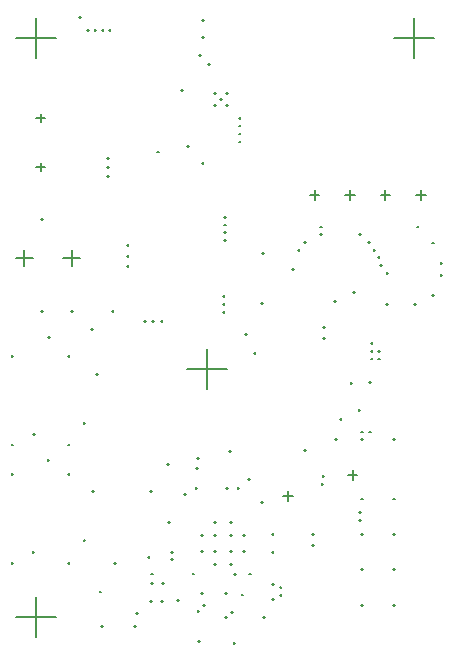
<source format=gbr>
%TF.GenerationSoftware,Altium Limited,Altium Designer,20.1.12 (249)*%
G04 Layer_Color=128*
%FSLAX45Y45*%
%MOMM*%
%TF.SameCoordinates,4EE8302A-A9A8-49E0-93C5-14594FCB678D*%
%TF.FilePolarity,Positive*%
%TF.FileFunction,Drillmap*%
%TF.Part,Single*%
G01*
G75*
%TA.AperFunction,NonConductor*%
%ADD141C,0.12700*%
D141*
X582500Y3385000D02*
X722500D01*
X652500Y3315000D02*
Y3455000D01*
X182500Y3385000D02*
X322500D01*
X252500Y3315000D02*
Y3455000D01*
X355008Y4160019D02*
X425008D01*
X390008Y4125019D02*
Y4195019D01*
X355008Y4575004D02*
X425008D01*
X390008Y4540004D02*
Y4610004D01*
X3270000Y3920000D02*
X3350000D01*
X3310000Y3880000D02*
Y3960000D01*
X2970000Y3920000D02*
X3050000D01*
X3010000Y3880000D02*
Y3960000D01*
X2670000Y3920000D02*
X2750000D01*
X2710000Y3880000D02*
Y3960000D01*
X3570000Y3920000D02*
X3650000D01*
X3610000Y3880000D02*
Y3960000D01*
X2992500Y1550000D02*
X3072500D01*
X3032500Y1510000D02*
Y1590000D01*
X2445000Y1370000D02*
X2525000D01*
X2485000Y1330000D02*
Y1410000D01*
X3380000Y5250000D02*
X3720000D01*
X3550000Y5080000D02*
Y5420000D01*
X180000Y5250000D02*
X520000D01*
X350000Y5080000D02*
Y5420000D01*
X1630000Y2450000D02*
X1970000D01*
X1800000Y2280000D02*
Y2620000D01*
X180000Y350000D02*
X520000D01*
X350000Y180000D02*
Y520000D01*
X860000Y2405000D02*
X875000D01*
X867500Y2397500D02*
Y2412500D01*
X827500Y1412500D02*
X842500D01*
X835000Y1405000D02*
Y1420000D01*
X2350000Y502500D02*
X2365000D01*
X2357500Y495000D02*
Y510000D01*
X2350000Y625000D02*
X2365000D01*
X2357500Y617500D02*
Y632500D01*
X1715000Y1695000D02*
X1730000D01*
X1722500Y1687500D02*
Y1702500D01*
X2415001Y532500D02*
X2430000D01*
X2422500Y525000D02*
Y540000D01*
X2415001Y597500D02*
X2430000D01*
X2422500Y590000D02*
Y605000D01*
X3087500Y1235000D02*
X3102500D01*
X3095000Y1227500D02*
Y1242500D01*
X3087500Y1170000D02*
X3102500D01*
X3095000Y1162500D02*
Y1177500D01*
X1859000Y792500D02*
X1874000D01*
X1866500Y785000D02*
Y800000D01*
X1859000Y904000D02*
X1874000D01*
X1866500Y896500D02*
Y911500D01*
X1859000Y1041000D02*
X1874000D01*
X1866500Y1033500D02*
Y1048500D01*
X1859000Y1152500D02*
X1874000D01*
X1866500Y1145000D02*
Y1160000D01*
X1996000Y792500D02*
X2011000D01*
X2003500Y785000D02*
Y800000D01*
X1996000Y904000D02*
X2011000D01*
X2003500Y896500D02*
Y911500D01*
X1996000Y1041000D02*
X2011000D01*
X2003500Y1033500D02*
Y1048500D01*
X1996000Y1152500D02*
X2011000D01*
X2003500Y1145000D02*
Y1160000D01*
X1747500Y904000D02*
X1762500D01*
X1755000Y896500D02*
Y911500D01*
X1747500Y1041000D02*
X1762500D01*
X1755000Y1033500D02*
Y1048500D01*
X2107500Y904000D02*
X2122500D01*
X2115000Y896500D02*
Y911500D01*
X2107500Y1041000D02*
X2122500D01*
X2115000Y1033500D02*
Y1048500D01*
X1912500Y4732500D02*
X1927500D01*
X1920000Y4725000D02*
Y4740000D01*
X1962500Y4682500D02*
X1977500D01*
X1970000Y4675000D02*
Y4690000D01*
X1862500Y4682499D02*
X1877500D01*
X1870000Y4675000D02*
Y4689999D01*
X1862500Y4782499D02*
X1877500D01*
X1870000Y4775000D02*
Y4789999D01*
X1962500Y4782500D02*
X1977500D01*
X1970000Y4775000D02*
Y4790000D01*
X2067500Y4372500D02*
X2082500D01*
X2075000Y4365000D02*
Y4380000D01*
X2067500Y4440000D02*
X2082500D01*
X2075000Y4432500D02*
Y4447500D01*
X2067500Y4507500D02*
X2082500D01*
X2075000Y4500000D02*
Y4515000D01*
X2067500Y4575000D02*
X2082500D01*
X2075000Y4567500D02*
Y4582500D01*
X2770000Y1475000D02*
X2785000D01*
X2777500Y1467500D02*
Y1482500D01*
X1757501Y5397499D02*
X1772500D01*
X1765001Y5390000D02*
Y5404999D01*
X145000Y2555000D02*
X160000D01*
X152500Y2547500D02*
Y2562500D01*
X647500Y2935000D02*
X662500D01*
X655000Y2927500D02*
Y2942500D01*
X395000Y2935000D02*
X410000D01*
X402500Y2927500D02*
Y2942500D01*
X820000Y2787500D02*
X835000D01*
X827500Y2780000D02*
Y2795000D01*
X992500Y2935000D02*
X1007500D01*
X1000000Y2927500D02*
Y2942500D01*
X1267500Y2850000D02*
X1282500D01*
X1275000Y2842500D02*
Y2857500D01*
X620000Y2555000D02*
X635000D01*
X627500Y2547500D02*
Y2562500D01*
X450000Y1675000D02*
X465000D01*
X457500Y1667500D02*
Y1682500D01*
X455000Y2720000D02*
X470000D01*
X462500Y2712500D02*
Y2727500D01*
X322500Y900000D02*
X337500D01*
X330000Y892500D02*
Y907500D01*
X325000Y1897500D02*
X340000D01*
X332500Y1890000D02*
Y1905000D01*
X2265000Y3424999D02*
X2280000D01*
X2272500Y3417500D02*
Y3432499D01*
X2922500Y2021250D02*
X2937500D01*
X2930000Y2013750D02*
Y2028750D01*
X620000Y1807500D02*
X635000D01*
X627500Y1800000D02*
Y1815000D01*
X145000Y1807500D02*
X160000D01*
X152500Y1800000D02*
Y1815000D01*
X755000Y1990000D02*
X770000D01*
X762500Y1982500D02*
Y1997500D01*
X755000Y995000D02*
X770000D01*
X762500Y987500D02*
Y1002500D01*
X620000Y807500D02*
X635000D01*
X627500Y800000D02*
Y815000D01*
X145000Y807500D02*
X160000D01*
X152500Y800000D02*
Y815000D01*
X620000Y1555000D02*
X635000D01*
X627500Y1547500D02*
Y1562500D01*
X145000Y1555000D02*
X160000D01*
X152500Y1547500D02*
Y1562500D01*
X1407500Y2850000D02*
X1422500D01*
X1415000Y2842500D02*
Y2857500D01*
X1337500Y2850000D02*
X1352500D01*
X1345000Y2842500D02*
Y2857500D01*
X3244669Y3392500D02*
X3259668D01*
X3252169Y3385000D02*
Y3400000D01*
X3263750Y3327500D02*
X3278750D01*
X3271250Y3320000D02*
Y3335000D01*
X3320000Y3262500D02*
X3335000D01*
X3327500Y3255000D02*
Y3270000D01*
X3035001Y3100000D02*
X3050000D01*
X3042500Y3092500D02*
Y3107500D01*
X3210000Y3457500D02*
X3225000D01*
X3217500Y3450000D02*
Y3465000D01*
X3165000Y3522500D02*
X3180000D01*
X3172500Y3515000D02*
Y3530000D01*
X3087500Y3589681D02*
X3102500D01*
X3095000Y3582181D02*
Y3597181D01*
X2782500Y2710000D02*
X2797500D01*
X2790000Y2702500D02*
Y2717500D01*
X2623693Y1761193D02*
X2638693D01*
X2631193Y1753693D02*
Y1768693D01*
X2777636Y1540075D02*
X2792636D01*
X2785136Y1532575D02*
Y1547575D01*
X2145000Y1515000D02*
X2160000D01*
X2152500Y1507500D02*
Y1522500D01*
X2875001Y3020001D02*
X2890000D01*
X2882500Y3012501D02*
Y3027500D01*
X2520000Y3292500D02*
X2535000D01*
X2527500Y3285000D02*
Y3300000D01*
X2567500Y3457500D02*
X2582500D01*
X2575000Y3450000D02*
Y3465000D01*
X2760000Y3652500D02*
X2775000D01*
X2767500Y3645000D02*
Y3660000D01*
X2760000Y3587500D02*
X2775000D01*
X2767500Y3580000D02*
Y3595000D01*
X2620000Y3522500D02*
X2635000D01*
X2627500Y3515000D02*
Y3530000D01*
X3185000Y2665000D02*
X3200000D01*
X3192500Y2657500D02*
Y2672500D01*
X3250000Y2600000D02*
X3265000D01*
X3257500Y2592500D02*
Y2607500D01*
X3315000Y2995000D02*
X3330000D01*
X3322500Y2987500D02*
Y3002500D01*
X3555001Y2995000D02*
X3570000D01*
X3562500Y2987500D02*
Y3002500D01*
X2155000Y715000D02*
X2170000D01*
X2162500Y707500D02*
Y722500D01*
X2092500Y537500D02*
X2107500D01*
X2100000Y530000D02*
Y545000D01*
X2027500Y707500D02*
X2042500D01*
X2035000Y700000D02*
Y715000D01*
X2782500Y2800000D02*
X2797500D01*
X2790000Y2792500D02*
Y2807500D01*
X1327500Y715000D02*
X1342500D01*
X1335000Y707500D02*
Y722500D01*
X2688646Y958854D02*
X2703646D01*
X2696146Y951354D02*
Y966354D01*
X2687500Y1050000D02*
X2702500D01*
X2695000Y1042500D02*
Y1057500D01*
X2255000Y1320000D02*
X2270000D01*
X2262500Y1312500D02*
Y1327500D01*
X3575000Y3652500D02*
X3590000D01*
X3582500Y3645000D02*
Y3660000D01*
X3777500Y3245000D02*
X3792500D01*
X3785000Y3237500D02*
Y3252500D01*
X3777500Y3345000D02*
X3792500D01*
X3785000Y3337500D02*
Y3352500D01*
X3702501Y3517500D02*
X3717500D01*
X3710000Y3510000D02*
Y3525000D01*
X3702500Y3075000D02*
X3717500D01*
X3710000Y3067500D02*
Y3082500D01*
X2885000Y1850000D02*
X2900000D01*
X2892500Y1842500D02*
Y1857500D01*
X3250000Y2535000D02*
X3265000D01*
X3257500Y2527500D02*
Y2542500D01*
X3185000Y2600000D02*
X3200000D01*
X3192500Y2592500D02*
Y2607500D01*
X3185000Y2535000D02*
X3200000D01*
X3192500Y2527500D02*
Y2542500D01*
X3377500Y450000D02*
X3392500D01*
X3385000Y442500D02*
Y457500D01*
X3377500Y750000D02*
X3392500D01*
X3385000Y742500D02*
Y757500D01*
X3107500Y450000D02*
X3122500D01*
X3115000Y442500D02*
Y457500D01*
X3377500Y1050000D02*
X3392500D01*
X3385000Y1042500D02*
Y1057500D01*
X3107500Y750000D02*
X3122500D01*
X3115000Y742500D02*
Y757500D01*
X2275000Y350000D02*
X2290000D01*
X2282500Y342500D02*
Y357500D01*
X2025001Y130000D02*
X2040000D01*
X2032500Y122500D02*
Y137500D01*
X1720084Y397519D02*
X1735084D01*
X1727584Y390020D02*
Y405019D01*
X1725000Y142500D02*
X1740000D01*
X1732500Y135000D02*
Y150000D01*
X1764941Y444586D02*
X1779941D01*
X1772441Y437086D02*
Y452086D01*
X1752500Y552500D02*
X1767500D01*
X1760000Y545000D02*
Y560000D01*
X1607500Y1384519D02*
X1622500D01*
X1615000Y1377019D02*
Y1392019D01*
X1990000Y1750000D02*
X2005000D01*
X1997500Y1742500D02*
Y1757500D01*
X1707500Y1605000D02*
X1722499D01*
X1715000Y1597500D02*
Y1612500D01*
X2260000Y3007500D02*
X2275000D01*
X2267500Y3000000D02*
Y3015000D01*
X2195000Y2585000D02*
X2210000D01*
X2202500Y2577500D02*
Y2592500D01*
X2120000Y2740000D02*
X2135000D01*
X2127500Y2732500D02*
Y2747500D01*
X1182500Y270000D02*
X1197500D01*
X1190000Y262500D02*
Y277500D01*
X1010000Y805000D02*
X1025000D01*
X1017500Y797500D02*
Y812500D01*
X890000Y562500D02*
X905000D01*
X897500Y555000D02*
Y570000D01*
X902500Y270000D02*
X917500D01*
X910000Y262500D02*
Y277500D01*
X1197500Y382500D02*
X1212500D01*
X1205000Y375000D02*
Y390000D01*
X1545000Y487500D02*
X1560000D01*
X1552500Y480000D02*
Y495000D01*
X1327500Y635000D02*
X1342500D01*
X1335000Y627500D02*
Y642500D01*
X1420000Y632500D02*
X1435000D01*
X1427500Y625001D02*
Y640000D01*
X3082500Y2097501D02*
X3097499D01*
X3089999Y2090001D02*
Y2105000D01*
X3172500Y1917500D02*
X3187500D01*
X3180000Y1910000D02*
Y1925000D01*
X3107500Y1850000D02*
X3122500D01*
X3115000Y1842500D02*
Y1857500D01*
X3107500Y1917500D02*
X3122500D01*
X3115000Y1910000D02*
Y1925000D01*
X3377500Y1850000D02*
X3392500D01*
X3385000Y1842500D02*
Y1857500D01*
X1494956Y834435D02*
X1509956D01*
X1502456Y826935D02*
Y841935D01*
X1495177Y899434D02*
X1510177D01*
X1502677Y891934D02*
Y906934D01*
X2002500Y390000D02*
X2017500D01*
X2010000Y382500D02*
Y397500D01*
X1952500Y345000D02*
X1967500D01*
X1960000Y337500D02*
Y352500D01*
X1320000Y480000D02*
X1335000D01*
X1327500Y472500D02*
Y487500D01*
X1470325Y1147500D02*
X1485325D01*
X1477825Y1140000D02*
Y1155000D01*
X1297500Y857500D02*
X1312500D01*
X1305000Y850000D02*
Y865000D01*
X1677500Y715000D02*
X1692500D01*
X1685000Y707500D02*
Y722500D01*
X1460001Y1645000D02*
X1475000D01*
X1467500Y1637500D02*
Y1652500D01*
X1320000Y1412500D02*
X1335000D01*
X1327500Y1405000D02*
Y1420000D01*
X2058714Y1441850D02*
X2073713D01*
X2066214Y1434350D02*
Y1449350D01*
X1960261Y1437239D02*
X1975260D01*
X1967761Y1429740D02*
Y1444739D01*
X3377500Y1350000D02*
X3392500D01*
X3385000Y1342500D02*
Y1357500D01*
X3107500Y1350000D02*
X3122500D01*
X3115000Y1342500D02*
Y1357500D01*
X3107500Y1050000D02*
X3122500D01*
X3115000Y1042500D02*
Y1057500D01*
X1932500Y2997500D02*
X1947500D01*
X1940000Y2990000D02*
Y3005000D01*
X1932500Y2932500D02*
X1947500D01*
X1940000Y2925000D02*
Y2940000D01*
X1932500Y3062500D02*
X1947500D01*
X1940000Y3055000D02*
Y3070000D01*
X1947500Y3735000D02*
X1962500D01*
X1955000Y3727500D02*
Y3742500D01*
X1947500Y3670000D02*
X1962500D01*
X1955000Y3662500D02*
Y3677500D01*
X1947500Y3605000D02*
X1962500D01*
X1955000Y3597500D02*
Y3612500D01*
X1947500Y3540000D02*
X1962500D01*
X1955000Y3532500D02*
Y3547500D01*
X2347501Y1047500D02*
X2362500D01*
X2355000Y1040000D02*
Y1055000D01*
X2347500Y897500D02*
X2362500D01*
X2355000Y890000D02*
Y905000D01*
X1702500Y1438084D02*
X1717500D01*
X1710000Y1430584D02*
Y1445584D01*
X1952501Y552500D02*
X1967500D01*
X1960000Y545000D02*
Y560000D01*
X1806500Y5027499D02*
X1821500D01*
X1814000Y5020000D02*
Y5034999D01*
X1757501Y5257500D02*
X1772500D01*
X1765001Y5250000D02*
Y5264999D01*
X952500Y4157500D02*
X967500D01*
X960000Y4150000D02*
Y4165000D01*
X952500Y4082500D02*
X967500D01*
X960000Y4075000D02*
Y4090000D01*
X952500Y4232500D02*
X967500D01*
X960000Y4225000D02*
Y4240000D01*
X1120000Y3495000D02*
X1135000D01*
X1127500Y3487500D02*
Y3502500D01*
X1120000Y3320000D02*
X1135000D01*
X1127500Y3312500D02*
Y3327500D01*
X1120001Y3405000D02*
X1135000D01*
X1127500Y3397500D02*
Y3412500D01*
X395000Y3715000D02*
X410000D01*
X402500Y3707500D02*
Y3722500D01*
X1410000Y480000D02*
X1425000D01*
X1417500Y472500D02*
Y487500D01*
X787500Y5320000D02*
X802500D01*
X795000Y5312500D02*
Y5327500D01*
X717500Y5425000D02*
X732500D01*
X725000Y5417500D02*
Y5432500D01*
X967500Y5320000D02*
X982500D01*
X975000Y5312500D02*
Y5327500D01*
X907500Y5320000D02*
X922500D01*
X915000Y5312500D02*
Y5327500D01*
X847500Y5320000D02*
X862500D01*
X855000Y5312500D02*
Y5327500D01*
X3170001Y2335001D02*
X3185000D01*
X3177500Y2327501D02*
Y2342501D01*
X3015000Y2327501D02*
X3030000D01*
X3022500Y2320001D02*
Y2335000D01*
X1377500Y4287500D02*
X1392500D01*
X1385000Y4280000D02*
Y4295000D01*
X1632500Y4334999D02*
X1647500D01*
X1640000Y4327500D02*
Y4342499D01*
X1755000Y4192500D02*
X1770000D01*
X1762500Y4185000D02*
Y4199999D01*
X1732500Y5104999D02*
X1747500D01*
X1740000Y5097500D02*
Y5112499D01*
X1582501Y4810000D02*
X1597500D01*
X1590000Y4802500D02*
Y4817500D01*
%TF.MD5,274673d2e308366fdffc5b797e5a7066*%
M02*

</source>
